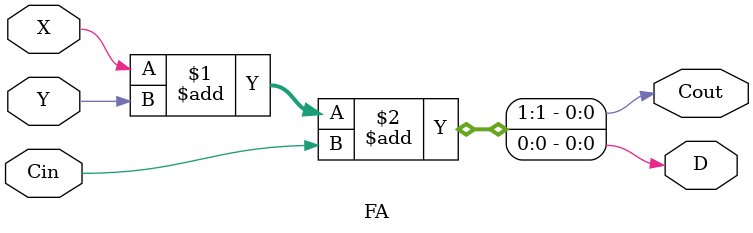
<source format=v>
module ArithmeticCircuit4Bit (D,Cout,A,B,Cin,S0,S1);
    input [3:0] A, B;
    input Cin, S0, S1;
    output [3:0] D;
    output Cout;
    wire [3:0] nB ,Y, C;

    TwoComplementCalculator tcc(.Aout(nB),.A(B),.cin(0),.E(1));

    MUX4_1 mux0 (.Y(Y[0]),.i0(B[0]),.i1(nB[0]),.i2(0),.i3(1),.S0(S0),.S1(S1));
    MUX4_1 mux1 (.Y(Y[1]),.i0(B[1]),.i1(nB[1]),.i2(0),.i3(1),.S0(S0),.S1(S1));
    MUX4_1 mux2 (.Y(Y[2]),.i0(B[2]),.i1(nB[2]),.i2(0),.i3(1),.S0(S0),.S1(S1));
    MUX4_1 mux3 (.Y(Y[3]),.i0(B[3]),.i1(nB[3]),.i2(0),.i3(1),.S0(S0),.S1(S1));

    FA FA0 (.D(D[0]),.Cout(C[1]),.X(A[0]),.Y(Y[0]),.Cin(Cin));
    FA FA1 (.D(D[1]),.Cout(C[2]),.X(A[1]),.Y(Y[1]),.Cin(C[1]));
    FA FA2 (.D(D[2]),.Cout(C[3]),.X(A[2]),.Y(Y[2]),.Cin(C[2]));
    FA FA3 (.D(D[3]),.Cout(Cout),.X(A[3]),.Y(Y[3]),.Cin(C[3]));
endmodule


module TwoComplementCalculator(Aout, A, cin, E);

  input  [3:0] A;
  input  cin, E;
  output [3:0] Aout;
  wire y0,y1,y2,y3,c0,c1,c2;

  assign y0 = E & cin;
  assign Aout[0] = A[0] ^ y0;

  assign c0=A[0] | cin;
  assign y1 = E & c0;
  assign Aout[1] = A[1] ^ y1;

  assign c1=A[1] | c0;
  assign y2= E & c1;
  assign Aout[2] = A[2] ^ y2;

  assign c2=A[2] | c1;
  assign y3 = E & c2;
  assign Aout[3] = A[3] ^ y3;

endmodule

module MUX4_1(Y,i0,i1,i2,i3,S0,S1);
    input i0,i1,i2,i3,S0,S1;
    output Y;
    reg Y;
    always @(i0 or i1 or i2 or i3 or S0 or S1) begin
        case ({S1,S0})
            2'b00 :Y =i0;
            2'b01 :Y =i1;
            2'b10 :Y =i2;
            2'b11 :Y =i3;
        endcase
    end
endmodule

module FA(D,Cout,X,Y,Cin);
    input  X,Y,Cin;
    output D,Cout;
    assign {Cout,D}=X+Y+Cin;
endmodule
</source>
